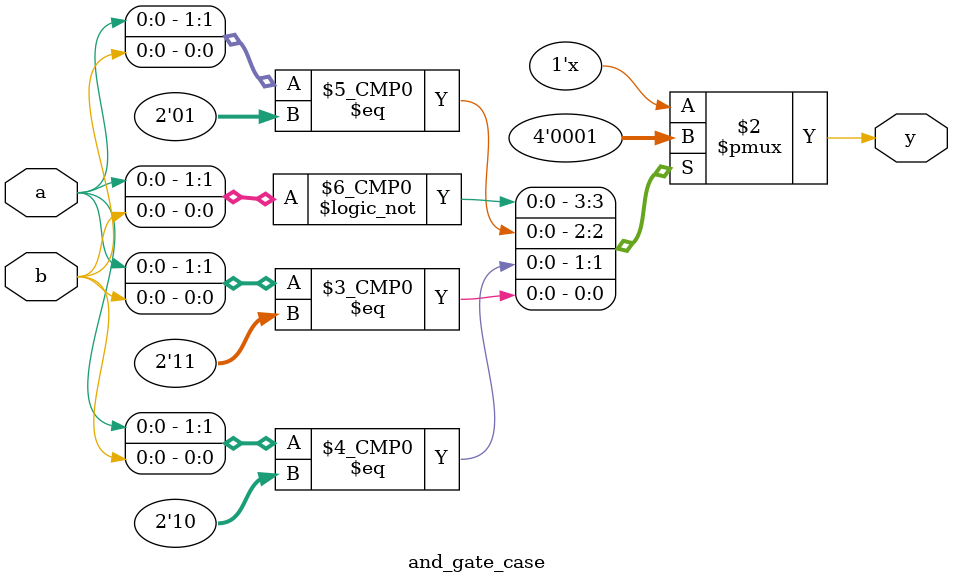
<source format=v>
module and_gate_case (
  input wire a,
  input wire b,
  output reg y
);

  always @(*) begin
    case ({a, b})
      2'b00: y = 1'b0;
      2'b01: y = 1'b0;
      2'b10: y = 1'b0;
      2'b11: y = 1'b1;
    endcase
  end

endmodule

</source>
